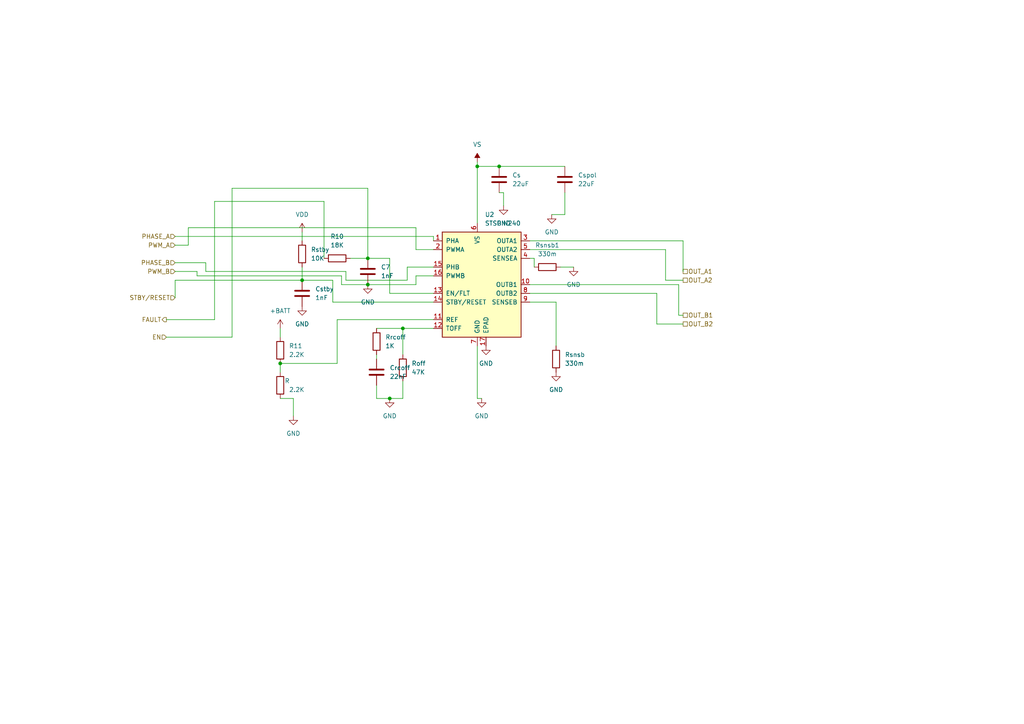
<source format=kicad_sch>
(kicad_sch (version 20230121) (generator eeschema)
  (paper "A4")
  (lib_symbols
    (symbol "Device:C" (pin_numbers hide) (pin_names (offset 0.254))
      (property "Reference" "C" (at 0.635 2.54 0))
      (property "Value" "C" (at 0.635 -2.54 0))
      (symbol "C_0_1"
        (polyline (pts (xy -2.032 -0.762) (xy 2.032 -0.762)) (stroke (width 0.508)))
        (polyline (pts (xy -2.032 0.762) (xy 2.032 0.762)) (stroke (width 0.508)))
      )
      (symbol "C_1_1"
        (pin passive line (at 0 3.81 270) (length 2.794) (name "~") (number "1"))
        (pin passive line (at 0 -3.81 90) (length 2.794) (name "~") (number "2"))
      )
    )
    (symbol "Device:R" (pin_numbers hide) (pin_names (offset 0))
      (property "Reference" "R" (at 2.032 0 90))
      (property "Value" "R" (at 0 0 90))
      (symbol "R_0_1"
        (rectangle (start -1.016 -2.54) (end 1.016 2.54) (stroke (width 0.254)))
      )
      (symbol "R_1_1"
        (pin passive line (at 0 3.81 270) (length 1.27) (name "~") (number "1"))
        (pin passive line (at 0 -3.81 90) (length 1.27) (name "~") (number "2"))
      )
    )
    (symbol "Driver_Motor:STSPIN240" (pin_names (offset 1.016))
      (property "Reference" "U" (at -10.16 16.51 0))
      (property "Value" "STSPIN240" (at 5.08 16.51 0))
      (symbol "STSPIN240_0_1"
        (rectangle (start -10.16 15.24) (end 12.7 -15.24) (stroke (width 0.254)) (fill (type background)))
      )
      (symbol "STSPIN240_1_1"
        (pin input line (at -12.7 12.7 0) (length 2.54) (name "PHA") (number "1"))
        (pin power_out line (at 15.24 0 180) (length 2.54) (name "OUTB1") (number "10"))
        (pin input line (at -12.7 -10.16 0) (length 2.54) (name "REF") (number "11"))
        (pin input line (at -12.7 -12.7 0) (length 2.54) (name "TOFF") (number "12"))
        (pin bidirectional line (at -12.7 -2.54 0) (length 2.54) (name "EN/FLT") (number "13"))
        (pin input line (at -12.7 -5.08 0) (length 2.54) (name "STBY/RESET") (number "14"))
        (pin input line (at -12.7 5.08 0) (length 2.54) (name "PHB") (number "15"))
        (pin input line (at -12.7 2.54 0) (length 2.54) (name "PWMB") (number "16"))
        (pin power_in line (at 2.54 -17.78 90) (length 2.54) (name "EPAD") (number "17"))
        (pin input line (at -12.7 10.16 0) (length 2.54) (name "PWMA") (number "2"))
        (pin power_out line (at 15.24 12.7 180) (length 2.54) (name "OUTA1") (number "3"))
        (pin power_out line (at 15.24 7.62 180) (length 2.54) (name "SENSEA") (number "4"))
        (pin power_out line (at 15.24 10.16 180) (length 2.54) (name "OUTA2") (number "5"))
        (pin power_in line (at 0 17.78 270) (length 2.54) (name "VS") (number "6"))
        (pin power_in line (at 0 -17.78 90) (length 2.54) (name "GND") (number "7"))
        (pin power_out line (at 15.24 -2.54 180) (length 2.54) (name "OUTB2") (number "8"))
        (pin power_out line (at 15.24 -5.08 180) (length 2.54) (name "SENSEB") (number "9"))
      )
    )
    (symbol "power:+BATT" (power) (pin_names (offset 0))
      (property "Value" "+BATT" (at 0 3.556 0))
      (symbol "+BATT_0_1"
        (polyline (pts (xy -0.762 1.27) (xy 0 2.54)))
        (polyline (pts (xy 0 0) (xy 0 2.54)))
        (polyline (pts (xy 0 2.54) (xy 0.762 1.27)))
      )
      (symbol "+BATT_1_1"
        (pin power_in line (at 0 0 90) (length 0) hide (name "+BATT") (number "1"))
      )
    )
    (symbol "power:GND" (power) (pin_names (offset 0))
      (property "Value" "GND" (at 0 -3.81 0))
      (symbol "GND_0_1"
        (polyline (pts (xy 0 0) (xy 0 -1.27) (xy 1.27 -1.27) (xy 0 -2.54) (xy -1.27 -1.27) (xy 0 -1.27)))
      )
      (symbol "GND_1_1"
        (pin power_in line (at 0 0 270) (length 0) hide (name "GND") (number "1"))
      )
    )
    (symbol "power:VDD" (power) (pin_names (offset 0))
      (property "Value" "VDD" (at 0 3.81 0))
      (symbol "VDD_0_1"
        (polyline (pts (xy -0.762 1.27) (xy 0 2.54)))
        (polyline (pts (xy 0 0) (xy 0 2.54)))
        (polyline (pts (xy 0 2.54) (xy 0.762 1.27)))
      )
      (symbol "VDD_1_1"
        (pin power_in line (at 0 0 90) (length 0) hide (name "VDD") (number "1"))
      )
    )
    (symbol "power:VS" (power) (pin_names (offset 0))
      (property "Value" "VS" (at 0 3.81 0))
      (symbol "VS_0_1"
        (polyline (pts (xy 0 0) (xy 0 2.54)))
        (polyline (pts (xy 0.762 1.27) (xy -0.762 1.27) (xy 0 2.54) (xy 0.762 1.27)) (fill (type outline)))
      )
      (symbol "VS_1_1"
        (pin power_in line (at 0 0 90) (length 0) hide (name "VS") (number "1"))
      )
    )
  )
  (junction (at 138.43 48.26))
  (junction (at 116.84 95.25))
  (junction (at 106.68 82.55))
  (junction (at 144.78 48.26))
  (junction (at 81.28 105.41))
  (junction (at 87.63 81.28))
  (junction (at 113.03 115.57))
  (junction (at 106.68 74.93))
  (wire (pts (xy 138.43 100.33) (xy 138.43 115.57)))
  (wire (pts (xy 81.28 115.57) (xy 85.09 115.57)))
  (wire (pts (xy 163.83 62.23) (xy 160.02 62.23)))
  (wire (pts (xy 125.73 68.58) (xy 125.73 69.85)))
  (wire (pts (xy 93.98 58.42) (xy 93.98 74.93)))
  (wire (pts (xy 48.26 97.79) (xy 67.31 97.79)))
  (wire (pts (xy 50.8 76.2) (xy 59.69 76.2)))
  (wire (pts (xy 146.05 55.88) (xy 144.78 55.88)))
  (wire (pts (xy 67.31 54.61) (xy 106.68 54.61)))
  (wire (pts (xy 97.79 92.71) (xy 97.79 105.41)))
  (wire (pts (xy 106.68 54.61) (xy 106.68 74.93)))
  (wire (pts (xy 125.73 77.47) (xy 118.11 77.47)))
  (wire (pts (xy 138.43 48.26) (xy 138.43 64.77)))
  (wire (pts (xy 153.67 87.63) (xy 161.29 87.63)))
  (wire (pts (xy 146.05 59.69) (xy 146.05 55.88)))
  (wire (pts (xy 87.63 77.47) (xy 87.63 81.28)))
  (wire (pts (xy 99.06 80.01) (xy 57.15 80.01)))
  (wire (pts (xy 85.09 115.57) (xy 85.09 120.65)))
  (wire (pts (xy 163.83 55.88) (xy 163.83 62.23)))
  (wire (pts (xy 99.06 82.55) (xy 99.06 80.01)))
  (wire (pts (xy 57.15 78.74) (xy 50.8 78.74)))
  (wire (pts (xy 153.67 85.09) (xy 190.5 85.09)))
  (wire (pts (xy 120.65 66.04) (xy 54.61 66.04)))
  (wire (pts (xy 125.73 92.71) (xy 97.79 92.71)))
  (wire (pts (xy 193.04 72.39) (xy 193.04 81.28)))
  (wire (pts (xy 138.43 115.57) (xy 139.7 115.57)))
  (wire (pts (xy 144.78 48.26) (xy 163.83 48.26)))
  (wire (pts (xy 120.65 80.01) (xy 120.65 82.55)))
  (wire (pts (xy 96.52 87.63) (xy 96.52 81.28)))
  (wire (pts (xy 50.8 81.28) (xy 50.8 86.36)))
  (wire (pts (xy 162.56 77.47) (xy 166.37 77.47)))
  (wire (pts (xy 196.85 82.55) (xy 196.85 91.44)))
  (wire (pts (xy 153.67 82.55) (xy 196.85 82.55)))
  (wire (pts (xy 109.22 115.57) (xy 113.03 115.57)))
  (wire (pts (xy 54.61 66.04) (xy 54.61 71.12)))
  (wire (pts (xy 96.52 81.28) (xy 87.63 81.28)))
  (wire (pts (xy 116.84 110.49) (xy 116.84 115.57)))
  (wire (pts (xy 116.84 115.57) (xy 113.03 115.57)))
  (wire (pts (xy 154.94 74.93) (xy 153.67 74.93)))
  (wire (pts (xy 50.8 68.58) (xy 125.73 68.58)))
  (wire (pts (xy 193.04 81.28) (xy 198.12 81.28)))
  (wire (pts (xy 109.22 102.87) (xy 109.22 104.14)))
  (wire (pts (xy 118.11 81.28) (xy 100.33 81.28)))
  (wire (pts (xy 120.65 72.39) (xy 120.65 66.04)))
  (wire (pts (xy 196.85 91.44) (xy 198.12 91.44)))
  (wire (pts (xy 100.33 78.74) (xy 59.69 78.74)))
  (wire (pts (xy 62.23 92.71) (xy 62.23 58.42)))
  (wire (pts (xy 198.12 69.85) (xy 198.12 78.74)))
  (wire (pts (xy 154.94 77.47) (xy 154.94 74.93)))
  (wire (pts (xy 81.28 105.41) (xy 81.28 107.95)))
  (wire (pts (xy 116.84 95.25) (xy 125.73 95.25)))
  (wire (pts (xy 190.5 85.09) (xy 190.5 93.98)))
  (wire (pts (xy 153.67 72.39) (xy 193.04 72.39)))
  (wire (pts (xy 125.73 87.63) (xy 96.52 87.63)))
  (wire (pts (xy 161.29 87.63) (xy 161.29 100.33)))
  (wire (pts (xy 48.26 92.71) (xy 62.23 92.71)))
  (wire (pts (xy 67.31 97.79) (xy 67.31 54.61)))
  (wire (pts (xy 116.84 102.87) (xy 116.84 95.25)))
  (wire (pts (xy 106.68 74.93) (xy 101.6 74.93)))
  (wire (pts (xy 54.61 71.12) (xy 50.8 71.12)))
  (wire (pts (xy 106.68 82.55) (xy 99.06 82.55)))
  (wire (pts (xy 125.73 80.01) (xy 120.65 80.01)))
  (wire (pts (xy 109.22 111.76) (xy 109.22 115.57)))
  (wire (pts (xy 57.15 80.01) (xy 57.15 78.74)))
  (wire (pts (xy 118.11 77.47) (xy 118.11 81.28)))
  (wire (pts (xy 125.73 85.09) (xy 113.03 85.09)))
  (wire (pts (xy 109.22 95.25) (xy 116.84 95.25)))
  (wire (pts (xy 113.03 74.93) (xy 106.68 74.93)))
  (wire (pts (xy 153.67 69.85) (xy 198.12 69.85)))
  (wire (pts (xy 59.69 78.74) (xy 59.69 76.2)))
  (wire (pts (xy 138.43 46.99) (xy 138.43 48.26)))
  (wire (pts (xy 125.73 72.39) (xy 120.65 72.39)))
  (wire (pts (xy 81.28 95.25) (xy 81.28 97.79)))
  (wire (pts (xy 113.03 85.09) (xy 113.03 74.93)))
  (wire (pts (xy 138.43 48.26) (xy 144.78 48.26)))
  (wire (pts (xy 62.23 58.42) (xy 93.98 58.42)))
  (wire (pts (xy 190.5 93.98) (xy 198.12 93.98)))
  (wire (pts (xy 87.63 67.31) (xy 87.63 69.85)))
  (wire (pts (xy 120.65 82.55) (xy 106.68 82.55)))
  (wire (pts (xy 100.33 81.28) (xy 100.33 78.74)))
  (wire (pts (xy 50.8 81.28) (xy 87.63 81.28)))
  (wire (pts (xy 97.79 105.41) (xy 81.28 105.41)))
  (hierarchical_label "PHASE_A" (shape input) (at 50.8 68.58 180))
  (hierarchical_label "OUT_A2" (shape passive) (at 198.12 81.28 0))
  (hierarchical_label "PWM_A" (shape input) (at 50.8 71.12 180))
  (hierarchical_label "FAULT" (shape output) (at 48.26 92.71 180))
  (hierarchical_label "PHASE_B" (shape input) (at 50.8 76.2 180))
  (hierarchical_label "PWM_B" (shape input) (at 50.8 78.74 180))
  (hierarchical_label "OUT_B2" (shape passive) (at 198.12 93.98 0))
  (hierarchical_label "OUT_A1" (shape passive) (at 198.12 78.74 0))
  (hierarchical_label "OUT_B1" (shape passive) (at 198.12 91.44 0))
  (hierarchical_label "STBY{slash}RESET" (shape input) (at 50.8 86.36 180))
  (hierarchical_label "EN" (shape input) (at 48.26 97.79 180))
  (symbol (lib_id "Device:C") (at 163.83 52.07 180) (unit 1)
    (property "Reference" "Cspol" (at 167.64 50.8 0) (effects (justify right)))
    (property "Value" "22uF" (at 167.64 53.34 0) (effects (justify right)))
  )
  (symbol (lib_id "Device:R") (at 97.79 74.93 90) (unit 1)
    (property "Reference" "R10" (at 97.79 68.58 90))
    (property "Value" "18K" (at 97.79 71.12 90))
  )
  (symbol (lib_id "power:GND") (at 85.09 120.65 0) (unit 1)
    (property "Reference" "#PWR019" (effects hide))
    (property "Value" "GND" (at 85.09 125.73 0))
  )
  (symbol (lib_id "Device:R") (at 81.28 101.6 180) (unit 1)
    (property "Reference" "R11" (at 83.82 100.33 0) (effects (justify right)))
    (property "Value" "2.2K" (at 83.82 102.87 0) (effects (justify right)))
  )
  (symbol (lib_id "power:GND") (at 161.29 107.95 0) (unit 1)
    (property "Reference" "#PWR023" (effects hide))
    (property "Value" "GND" (at 161.29 113.03 0))
  )
  (symbol (lib_id "Device:R") (at 81.28 111.76 180) (unit 1)
    (property "Reference" "R" (at 82.55 110.49 0) (effects (justify right)))
    (property "Value" "2.2K" (at 83.82 113.03 0) (effects (justify right)))
  )
  (symbol (lib_id "Device:R") (at 109.22 99.06 0) (unit 1)
    (property "Reference" "Rrcoff" (at 111.76 97.79 0) (effects (justify left)))
    (property "Value" "1K" (at 111.76 100.33 0) (effects (justify left)))
  )
  (symbol (lib_id "Device:R") (at 116.84 106.68 0) (unit 1)
    (property "Reference" "Roff" (at 119.38 105.41 0) (effects (justify left)))
    (property "Value" "47K" (at 119.38 107.95 0) (effects (justify left)))
  )
  (symbol (lib_id "power:+BATT") (at 81.28 95.25 0) (unit 1)
    (property "Reference" "#PWR025" (effects hide))
    (property "Value" "+BATT" (at 81.28 90.17 0))
  )
  (symbol (lib_id "power:GND") (at 106.68 82.55 0) (unit 1)
    (property "Reference" "#PWR022" (effects hide))
    (property "Value" "GND" (at 106.68 87.63 0))
  )
  (symbol (lib_id "Device:R") (at 158.75 77.47 90) (unit 1)
    (property "Reference" "Rsnsb1" (at 158.75 71.12 90))
    (property "Value" "330m" (at 158.75 73.66 90))
  )
  (symbol (lib_id "Device:C") (at 109.22 107.95 180) (unit 1)
    (property "Reference" "Crcoff" (at 113.03 106.68 0) (effects (justify right)))
    (property "Value" "22nF" (at 113.03 109.22 0) (effects (justify right)))
  )
  (symbol (lib_id "power:GND") (at 140.97 100.33 0) (unit 1)
    (property "Reference" "#PWR031" (effects hide))
    (property "Value" "GND" (at 140.97 105.41 0))
  )
  (symbol (lib_id "power:GND") (at 166.37 77.47 0) (unit 1)
    (property "Reference" "#PWR024" (effects hide))
    (property "Value" "GND" (at 166.37 82.55 0))
  )
  (symbol (lib_id "Driver_Motor:STSPIN240") (at 138.43 82.55 0) (unit 1)
    (property "Reference" "U2" (at 140.6241 62.23 0) (effects (justify left)))
    (property "Value" "STSPIN240" (at 140.6241 64.77 0) (effects (justify left)))
    (property "Footprint" "Package_DFN_QFN:VQFN-16-1EP_3x3mm_P0.5mm_EP1.8x1.8mm" (effects hide))
    (property "Datasheet" "www.st.com/resource/en/datasheet/stspin240.pdf" (effects hide))
  )
  (symbol (lib_id "Device:R") (at 161.29 104.14 0) (unit 1)
    (property "Reference" "Rsnsb" (at 163.83 102.87 0) (effects (justify left)))
    (property "Value" "330m" (at 163.83 105.41 0) (effects (justify left)))
  )
  (symbol (lib_id "Device:R") (at 87.63 73.66 180) (unit 1)
    (property "Reference" "Rstby" (at 90.17 72.39 0) (effects (justify right)))
    (property "Value" "10K" (at 90.17 74.93 0) (effects (justify right)))
  )
  (symbol (lib_id "Device:C") (at 144.78 52.07 0) (unit 1)
    (property "Reference" "Cs" (at 148.59 50.8 0) (effects (justify left)))
    (property "Value" "22uF" (at 148.59 53.34 0) (effects (justify left)))
  )
  (symbol (lib_id "power:GND") (at 160.02 62.23 0) (unit 1)
    (property "Reference" "#PWR016" (effects hide))
    (property "Value" "GND" (at 160.02 67.31 0))
  )
  (symbol (lib_id "power:GND") (at 113.03 115.57 0) (unit 1)
    (property "Reference" "#PWR018" (effects hide))
    (property "Value" "GND" (at 113.03 120.65 0))
  )
  (symbol (lib_id "Device:C") (at 87.63 85.09 180) (unit 1)
    (property "Reference" "Cstby" (at 91.44 83.82 0) (effects (justify right)))
    (property "Value" "1nF" (at 91.44 86.36 0) (effects (justify right)))
  )
  (symbol (lib_id "power:GND") (at 87.63 88.9 0) (unit 1)
    (property "Reference" "#PWR020" (effects hide))
    (property "Value" "GND" (at 87.63 93.98 0))
  )
  (symbol (lib_id "power:VS") (at 138.43 46.99 0) (unit 1)
    (property "Reference" "#PWR017" (effects hide))
    (property "Value" "VS" (at 138.43 41.91 0))
  )
  (symbol (lib_id "Device:C") (at 106.68 78.74 180) (unit 1)
    (property "Reference" "C7" (at 110.49 77.47 0) (effects (justify right)))
    (property "Value" "1nF" (at 110.49 80.01 0) (effects (justify right)))
  )
  (symbol (lib_id "power:VDD") (at 87.63 67.31 0) (unit 1)
    (property "Reference" "#PWR021" (effects hide))
    (property "Value" "VDD" (at 87.63 62.23 0))
  )
  (symbol (lib_id "power:GND") (at 139.7 115.57 0) (unit 1)
    (property "Reference" "#PWR014" (effects hide))
    (property "Value" "GND" (at 139.7 120.65 0))
  )
  (symbol (lib_id "power:GND") (at 146.05 59.69 0) (unit 1)
    (property "Reference" "#PWR015" (effects hide))
    (property "Value" "GND" (at 146.05 64.77 0))
  )
)
</source>
